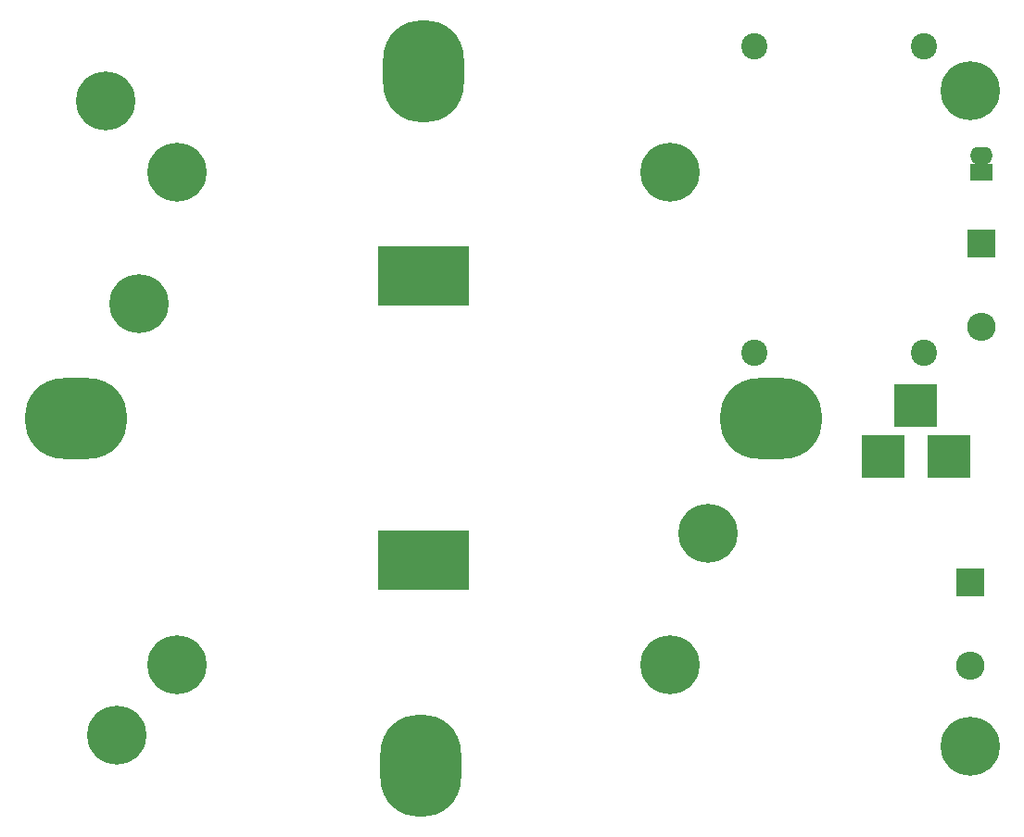
<source format=gbr>
G04 #@! TF.GenerationSoftware,KiCad,Pcbnew,(5.0.0)*
G04 #@! TF.CreationDate,2019-12-04T20:48:20-05:00*
G04 #@! TF.ProjectId,10W White LED,313057205768697465204C45442E6B69,rev?*
G04 #@! TF.SameCoordinates,Original*
G04 #@! TF.FileFunction,Soldermask,Bot*
G04 #@! TF.FilePolarity,Negative*
%FSLAX46Y46*%
G04 Gerber Fmt 4.6, Leading zero omitted, Abs format (unit mm)*
G04 Created by KiCad (PCBNEW (5.0.0)) date 12/04/19 20:48:20*
%MOMM*%
%LPD*%
G01*
G04 APERTURE LIST*
%ADD10R,2.100000X1.600000*%
%ADD11O,2.100000X1.600000*%
%ADD12C,5.400000*%
%ADD13O,7.400000X9.400000*%
%ADD14O,9.400000X7.400000*%
%ADD15R,2.600000X2.600000*%
%ADD16O,2.600000X2.600000*%
%ADD17R,8.400000X5.400000*%
%ADD18C,2.400000*%
%ADD19R,3.900000X3.900000*%
G04 APERTURE END LIST*
D10*
G04 #@! TO.C,FAN1*
X201000000Y-77500000D03*
D11*
X201000000Y-76000000D03*
G04 #@! TD*
D12*
G04 #@! TO.C,HEATSINK1*
X172500000Y-122500000D03*
X127500000Y-122500000D03*
X127500000Y-77500000D03*
X172500000Y-77500000D03*
X124000000Y-89500000D03*
X176000000Y-110500000D03*
G04 #@! TD*
D13*
G04 #@! TO.C,LENSE1*
X150000000Y-68250000D03*
D14*
X118250000Y-100000000D03*
D13*
X149750000Y-131750000D03*
D14*
X181750000Y-100000000D03*
G04 #@! TD*
D15*
G04 #@! TO.C,SW1*
X200000000Y-115000000D03*
D16*
X200000000Y-122620000D03*
G04 #@! TD*
D15*
G04 #@! TO.C,SW2*
X201000000Y-84000000D03*
D16*
X201000000Y-91620000D03*
G04 #@! TD*
D17*
G04 #@! TO.C,D1*
X150000000Y-113000000D03*
X150000000Y-87000000D03*
G04 #@! TD*
D12*
G04 #@! TO.C,MNT1*
X121000000Y-71000000D03*
G04 #@! TD*
G04 #@! TO.C,MNT2*
X200000000Y-70000000D03*
G04 #@! TD*
G04 #@! TO.C,MNT3*
X200000000Y-130000000D03*
G04 #@! TD*
G04 #@! TO.C,MNT4*
X122000000Y-129000000D03*
G04 #@! TD*
D18*
G04 #@! TO.C,U1*
X180250000Y-94000000D03*
X195750000Y-94000000D03*
X195750000Y-66000000D03*
X180250000Y-66000000D03*
G04 #@! TD*
D19*
G04 #@! TO.C,BARREL1*
X195000000Y-98800000D03*
X198000000Y-103500000D03*
X192000000Y-103500000D03*
G04 #@! TD*
M02*

</source>
